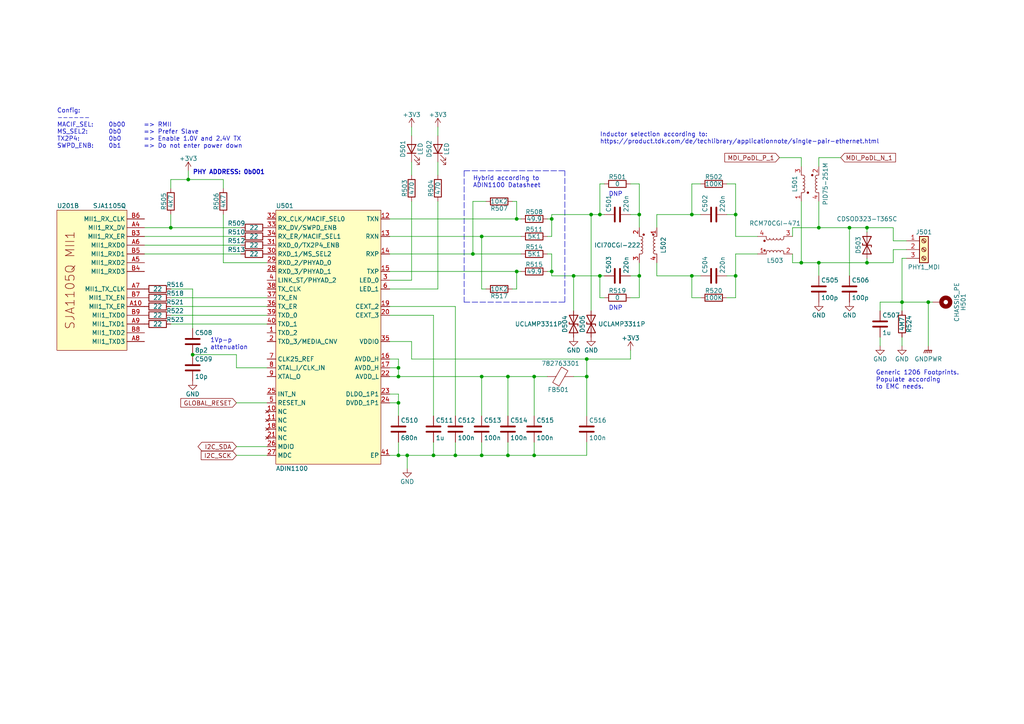
<source format=kicad_sch>
(kicad_sch (version 20211123) (generator eeschema)
  (paper "A4")
  (title_block (title "Open Hardware 10Base-T1L Switch") (date "2023-04-07") (rev "REV A") (company "Peter Heinrich") (comment 1 "Open Hardware License CERN-OHL-P v2") (comment 2 "https://github.com/peterheinrich/Open_10Base-T1L_Switch"))
  (lib_symbols
    (symbol "ADIN1100:ADIN1100"
      (property "Reference" "U" (at 0 1.27 0))
      (property "Value" "ADIN1100" (at 0 -74.93 0))
      (symbol "ADIN1100_1_1"
        (pin input line (at -2.54 -35.56 0) (length 2.54) (name "TXD_2") (number "1"))
        (pin no_connect line (at -2.54 -58.42 0) (length 2.54) (name "NC") (number "10"))
        (pin no_connect line (at -2.54 -60.96 0) (length 2.54) (name "NC") (number "11"))
        (pin bidirectional line (at 33.02 -2.54 180) (length 2.54) (name "TXN") (number "12"))
        (pin bidirectional line (at 33.02 -7.62 180) (length 2.54) (name "RXN") (number "13"))
        (pin bidirectional line (at 33.02 -12.7 180) (length 2.54) (name "RXP") (number "14"))
        (pin bidirectional line (at 33.02 -17.78 180) (length 2.54) (name "TXP") (number "15"))
        (pin power_in line (at 33.02 -43.18 180) (length 2.54) (name "AVDD_H") (number "16"))
        (pin power_in line (at 33.02 -45.72 180) (length 2.54) (name "AVDD_H") (number "17"))
        (pin no_connect line (at -2.54 -63.5 0) (length 2.54) (name "NC") (number "18"))
        (pin input line (at 33.02 -27.94 180) (length 2.54) (name "CEXT_2") (number "19"))
        (pin input line (at -2.54 -38.1 0) (length 2.54) (name "TXD_3/MEDIA_CNV") (number "2"))
        (pin input line (at 33.02 -30.48 180) (length 2.54) (name "CEXT_3") (number "20"))
        (pin no_connect line (at -2.54 -66.04 0) (length 2.54) (name "NC") (number "21"))
        (pin power_in line (at 33.02 -48.26 180) (length 2.54) (name "AVDD_L") (number "22"))
        (pin power_in line (at 33.02 -53.34 180) (length 2.54) (name "DLDO_1P1") (number "23"))
        (pin power_in line (at 33.02 -55.88 180) (length 2.54) (name "DVDD_1P1") (number "24"))
        (pin output line (at -2.54 -53.34 0) (length 2.54) (name "INT_N") (number "25"))
        (pin bidirectional line (at -2.54 -68.58 0) (length 2.54) (name "MDIO") (number "26"))
        (pin input line (at -2.54 -71.12 0) (length 2.54) (name "MDC") (number "27"))
        (pin output line (at -2.54 -17.78 0) (length 2.54) (name "RXD_3/PHYAD_1") (number "28"))
        (pin output line (at -2.54 -15.24 0) (length 2.54) (name "RXD_2/PHYAD_0") (number "29"))
        (pin output line (at 33.02 -20.32 180) (length 2.54) (name "LED_0") (number "3"))
        (pin output line (at -2.54 -12.7 0) (length 2.54) (name "RXD_1/MS_SEL2") (number "30"))
        (pin output line (at -2.54 -10.16 0) (length 2.54) (name "RXD_0/TX2P4_ENB") (number "31"))
        (pin output line (at -2.54 -2.54 0) (length 2.54) (name "RX_CLK/MACIF_SEL0") (number "32"))
        (pin output line (at -2.54 -5.08 0) (length 2.54) (name "RX_DV/SWPD_ENB") (number "33"))
        (pin output line (at -2.54 -7.62 0) (length 2.54) (name "RX_ER/MACIF_SEL1") (number "34"))
        (pin power_in line (at 33.02 -38.1 180) (length 2.54) (name "VDDIO") (number "35"))
        (pin input line (at -2.54 -27.94 0) (length 2.54) (name "TX_ER") (number "36"))
        (pin input line (at -2.54 -25.4 0) (length 2.54) (name "TX_EN") (number "37"))
        (pin output line (at -2.54 -22.86 0) (length 2.54) (name "TX_CLK") (number "38"))
        (pin input line (at -2.54 -30.48 0) (length 2.54) (name "TXD_0") (number "39"))
        (pin output line (at -2.54 -20.32 0) (length 2.54) (name "LINK_ST/PHYAD_2") (number "4"))
        (pin input line (at -2.54 -33.02 0) (length 2.54) (name "TXD_1") (number "40"))
        (pin power_in line (at 33.02 -71.12 180) (length 2.54) (name "EP") (number "41"))
        (pin input line (at -2.54 -55.88 0) (length 2.54) (name "RESET_N") (number "5"))
        (pin output line (at 33.02 -22.86 180) (length 2.54) (name "LED_1") (number "6"))
        (pin output line (at -2.54 -43.18 0) (length 2.54) (name "CLK25_REF") (number "7"))
        (pin input line (at -2.54 -45.72 0) (length 2.54) (name "XTAL_I/CLK_IN") (number "8"))
        (pin output line (at -2.54 -48.26 0) (length 2.54) (name "XTAL_O") (number "9"))
      )
    )
    (symbol "Connector:Screw_Terminal_01x03" (pin_names (offset 1.016) hide)
      (property "Reference" "J" (at 0 5.08 0))
      (property "Value" "Screw_Terminal_01x03" (at 0 -5.08 0))
      (symbol "Screw_Terminal_01x03_1_1"
        (pin passive line (at -5.08 2.54 0) (length 3.81) (name "Pin_1") (number "1"))
        (pin passive line (at -5.08 0 0) (length 3.81) (name "Pin_2") (number "2"))
        (pin passive line (at -5.08 -2.54 0) (length 3.81) (name "Pin_3") (number "3"))
      )
    )
    (symbol "Device:C" (pin_numbers hide) (pin_names (offset 0.254))
      (property "Reference" "C" (at 0.635 2.54 0))
      (property "Value" "C" (at 0.635 -2.54 0))
      (symbol "C_1_1"
        (pin passive line (at 0 3.81 270) (length 2.794) (name "~") (number "1"))
        (pin passive line (at 0 -3.81 90) (length 2.794) (name "~") (number "2"))
      )
    )
    (symbol "Device:D_TVS" (pin_numbers hide) (pin_names (offset 1.016) hide)
      (property "Reference" "D" (at 0 2.54 0))
      (property "Value" "D_TVS" (at 0 -2.54 0))
      (symbol "D_TVS_1_1"
        (pin passive line (at -3.81 0 0) (length 2.54) (name "A1") (number "1"))
        (pin passive line (at 3.81 0 180) (length 2.54) (name "A2") (number "2"))
      )
    )
    (symbol "Device:FerriteBead" (pin_numbers hide) (pin_names (offset 0))
      (property "Reference" "FB" (at -3.81 0.635 90))
      (property "Value" "FerriteBead" (at 3.81 0 90))
      (symbol "FerriteBead_1_1"
        (pin passive line (at 0 3.81 270) (length 2.54) (name "~") (number "1"))
        (pin passive line (at 0 -3.81 90) (length 2.54) (name "~") (number "2"))
      )
    )
    (symbol "Device:LED" (pin_numbers hide) (pin_names (offset 1.016) hide)
      (property "Reference" "D" (at 0 2.54 0))
      (property "Value" "LED" (at 0 -2.54 0))
      (symbol "LED_1_1"
        (pin passive line (at -3.81 0 0) (length 2.54) (name "K") (number "1"))
        (pin passive line (at 3.81 0 180) (length 2.54) (name "A") (number "2"))
      )
    )
    (symbol "Device:L_Coupled_1243" (pin_names (offset 0.254) hide)
      (property "Reference" "L" (at 0 4.445 0))
      (property "Value" "L_Coupled_1243" (at 0 -4.445 0))
      (symbol "L_Coupled_1243_1_1"
        (pin passive line (at -5.08 2.54 0) (length 2.54) (name "1") (number "1"))
        (pin passive line (at 5.08 2.54 180) (length 2.54) (name "2") (number "2"))
        (pin passive line (at 5.08 -2.54 180) (length 2.54) (name "3") (number "3"))
        (pin passive line (at -5.08 -2.54 0) (length 2.54) (name "4") (number "4"))
      )
    )
    (symbol "Device:L_Coupled_1423" (pin_names (offset 0.254) hide)
      (property "Reference" "L" (at 0 4.445 0))
      (property "Value" "L_Coupled_1423" (at 0 -4.445 0))
      (symbol "L_Coupled_1423_1_1"
        (pin passive line (at -5.08 2.54 0) (length 2.54) (name "1") (number "1"))
        (pin passive line (at -5.08 -2.54 0) (length 2.54) (name "2") (number "2"))
        (pin passive line (at 5.08 -2.54 180) (length 2.54) (name "3") (number "3"))
        (pin passive line (at 5.08 2.54 180) (length 2.54) (name "4") (number "4"))
      )
    )
    (symbol "Device:R" (pin_numbers hide) (pin_names (offset 0))
      (property "Reference" "R" (at 2.032 0 90))
      (property "Value" "R" (at 0 0 90))
      (symbol "R_1_1"
        (pin passive line (at 0 3.81 270) (length 1.27) (name "~") (number "1"))
        (pin passive line (at 0 -3.81 90) (length 1.27) (name "~") (number "2"))
      )
    )
    (symbol "L_differential_1324:L_Coupled_1324" (pin_names (offset 0.254) hide)
      (property "Reference" "L?" (at 0 4.445 0))
      (property "Value" "L_Coupled_1324" (at 0 -4.445 0))
      (symbol "L_Coupled_1324_1_1"
        (pin passive line (at -5.08 2.54 0) (length 2.54) (name "1") (number "1"))
        (pin passive line (at 5.08 -2.54 180) (length 2.54) (name "2") (number "2"))
        (pin passive line (at 5.08 2.54 180) (length 2.54) (name "3") (number "3"))
        (pin passive line (at -5.08 -2.54 0) (length 2.54) (name "4") (number "4"))
      )
    )
    (symbol "Mechanical:MountingHole_Pad" (pin_numbers hide) (pin_names (offset 1.016) hide)
      (property "Reference" "H" (at 0 6.35 0))
      (property "Value" "MountingHole_Pad" (at 0 4.445 0))
      (symbol "MountingHole_Pad_1_1"
        (pin input line (at 0 -2.54 90) (length 2.54) (name "1") (number "1"))
      )
    )
    (symbol "SJA1105Q:SJA1105Q"
      (property "Reference" "U" (at 0 1.27 0))
      (property "Value" "SJA1105Q" (at 15.24 1.27 0))
      (symbol "SJA1105Q_1_1"
        (text "SJA1105Q MII0" (at 3.81 -20.32 900) (effects (font (size 2.54 2.54))))
        (pin output line (at 25.4 -30.48 180) (length 5.08) (name "MII0_TXD0") (number "A2"))
        (pin output line (at 25.4 -27.94 180) (length 5.08) (name "MII0_TX_ER") (number "A3"))
        (pin output line (at 25.4 -33.02 180) (length 5.08) (name "MII0_TXD1") (number "B1"))
        (pin output line (at 25.4 -38.1 180) (length 5.08) (name "MII0_TXD3") (number "C1"))
        (pin output line (at 25.4 -35.56 180) (length 5.08) (name "MII0_TXD2") (number "C2"))
        (pin bidirectional line (at 25.4 -22.86 180) (length 5.08) (name "MII0_TX_CLK") (number "D1"))
        (pin output line (at 25.4 -25.4 180) (length 5.08) (name "MII0_TX_EN") (number "D2"))
        (pin input line (at 25.4 -10.16 180) (length 5.08) (name "MII0_RXD0") (number "E1"))
        (pin bidirectional line (at 25.4 -2.54 180) (length 5.08) (name "MII0_RX_CLK") (number "E2"))
        (pin input line (at 25.4 -15.24 180) (length 5.08) (name "MII0_RXD2") (number "F1"))
        (pin input line (at 25.4 -12.7 180) (length 5.08) (name "MII0_RXD1") (number "F2"))
        (pin input line (at 25.4 -5.08 180) (length 5.08) (name "MII0_RX_DV") (number "G1"))
        (pin input line (at 25.4 -17.78 180) (length 5.08) (name "MII0_RXD3") (number "G2"))
        (pin input line (at 25.4 -7.62 180) (length 5.08) (name "MII0_RX_ER") (number "H2"))
      )
      (symbol "SJA1105Q_2_1"
        (text "SJA1105Q MII1" (at 3.81 -20.32 900) (effects (font (size 2.54 2.54))))
        (pin output line (at 25.4 -27.94 180) (length 5.08) (name "MII1_TX_ER") (number "A10"))
        (pin input line (at 25.4 -5.08 180) (length 5.08) (name "MII1_RX_DV") (number "A4"))
        (pin input line (at 25.4 -15.24 180) (length 5.08) (name "MII1_RXD2") (number "A5"))
        (pin input line (at 25.4 -10.16 180) (length 5.08) (name "MII1_RXD0") (number "A6"))
        (pin bidirectional line (at 25.4 -22.86 180) (length 5.08) (name "MII1_TX_CLK") (number "A7"))
        (pin output line (at 25.4 -38.1 180) (length 5.08) (name "MII1_TXD3") (number "A8"))
        (pin output line (at 25.4 -33.02 180) (length 5.08) (name "MII1_TXD1") (number "A9"))
        (pin input line (at 25.4 -7.62 180) (length 5.08) (name "MII1_RX_ER") (number "B3"))
        (pin input line (at 25.4 -17.78 180) (length 5.08) (name "MII1_RXD3") (number "B4"))
        (pin input line (at 25.4 -12.7 180) (length 5.08) (name "MII1_RXD1") (number "B5"))
        (pin bidirectional line (at 25.4 -2.54 180) (length 5.08) (name "MII1_RX_CLK") (number "B6"))
        (pin output line (at 25.4 -25.4 180) (length 5.08) (name "MII1_TX_EN") (number "B7"))
        (pin output line (at 25.4 -35.56 180) (length 5.08) (name "MII1_TXD2") (number "B8"))
        (pin output line (at 25.4 -30.48 180) (length 5.08) (name "MII1_TXD0") (number "B9"))
      )
      (symbol "SJA1105Q_3_1"
        (text "SJA1105Q MII2" (at 3.81 -20.32 900) (effects (font (size 2.54 2.54))))
        (pin input line (at 25.4 -5.08 180) (length 5.08) (name "MII2_RX_DV") (number "A11"))
        (pin input line (at 25.4 -15.24 180) (length 5.08) (name "MII2_RXD2") (number "A12"))
        (pin input line (at 25.4 -10.16 180) (length 5.08) (name "MII2_RXD0") (number "A13"))
        (pin input line (at 25.4 -7.62 180) (length 5.08) (name "MII2_RX_ER") (number "B10"))
        (pin input line (at 25.4 -17.78 180) (length 5.08) (name "MII2_RXD3") (number "B11"))
        (pin input line (at 25.4 -12.7 180) (length 5.08) (name "MII2_RXD1") (number "B12"))
        (pin bidirectional line (at 25.4 -2.54 180) (length 5.08) (name "MII2_RX_CLK") (number "B14"))
        (pin output line (at 25.4 -25.4 180) (length 5.08) (name "MII2_TX_EN") (number "C13"))
        (pin bidirectional line (at 25.4 -22.86 180) (length 5.08) (name "MII2_TX_CLK") (number "C14"))
        (pin output line (at 25.4 -35.56 180) (length 5.08) (name "MII2_TXD2") (number "D13"))
        (pin output line (at 25.4 -38.1 180) (length 5.08) (name "MII2_TXD3") (number "D14"))
        (pin output line (at 25.4 -30.48 180) (length 5.08) (name "MII2_TXD0") (number "E13"))
        (pin output line (at 25.4 -33.02 180) (length 5.08) (name "MII2_TXD1") (number "E14"))
        (pin output line (at 25.4 -27.94 180) (length 5.08) (name "MII2_TX_ER") (number "F14"))
      )
      (symbol "SJA1105Q_4_1"
        (text "SJA1105Q MII3" (at 3.81 -20.32 900) (effects (font (size 2.54 2.54))))
        (pin input line (at 25.4 -7.62 180) (length 5.08) (name "MII3_RX_ER") (number "F13"))
        (pin input line (at 25.4 -17.78 180) (length 5.08) (name "MII3_RXD3") (number "G13"))
        (pin input line (at 25.4 -5.08 180) (length 5.08) (name "MII3_RX_DV") (number "G14"))
        (pin input line (at 25.4 -12.7 180) (length 5.08) (name "MII3_RXD1") (number "H13"))
        (pin input line (at 25.4 -15.24 180) (length 5.08) (name "MII3_RXD2") (number "H14"))
        (pin bidirectional line (at 25.4 -2.54 180) (length 5.08) (name "MII3_RX_CLK") (number "J13"))
        (pin input line (at 25.4 -10.16 180) (length 5.08) (name "MII3_RXD0") (number "J14"))
        (pin output line (at 25.4 -25.4 180) (length 5.08) (name "MII3_TX_EN") (number "K13"))
        (pin bidirectional line (at 25.4 -22.86 180) (length 5.08) (name "MII3_TX_CLK") (number "K14"))
        (pin output line (at 25.4 -35.56 180) (length 5.08) (name "MII3_TXD2") (number "L13"))
        (pin output line (at 25.4 -38.1 180) (length 5.08) (name "MII3_TXD3") (number "L14"))
        (pin output line (at 25.4 -30.48 180) (length 5.08) (name "MII3_TXD0") (number "M13"))
        (pin output line (at 25.4 -33.02 180) (length 5.08) (name "MII3_TXD1") (number "M14"))
        (pin output line (at 25.4 -27.94 180) (length 5.08) (name "MII3_TX_ER") (number "N14"))
      )
      (symbol "SJA1105Q_5_1"
        (text "SJA1105Q MII4" (at 3.81 -20.32 900) (effects (font (size 2.54 2.54))))
        (pin input line (at 25.4 -10.16 180) (length 5.08) (name "MII4_RXD0") (number "N10"))
        (pin input line (at 25.4 -15.24 180) (length 5.08) (name "MII4_RXD2") (number "N11"))
        (pin input line (at 25.4 -5.08 180) (length 5.08) (name "MII4_RX_DV") (number "N12"))
        (pin output line (at 25.4 -33.02 180) (length 5.08) (name "MII4_TXD1") (number "N7"))
        (pin output line (at 25.4 -38.1 180) (length 5.08) (name "MII4_TXD3") (number "N8"))
        (pin bidirectional line (at 25.4 -22.86 180) (length 5.08) (name "MII4_TX_CLK") (number "N9"))
        (pin bidirectional line (at 25.4 -2.54 180) (length 5.08) (name "MII4_RX_CLK") (number "P10"))
        (pin input line (at 25.4 -12.7 180) (length 5.08) (name "MII4_RXD1") (number "P11"))
        (pin input line (at 25.4 -17.78 180) (length 5.08) (name "MII4_RXD3") (number "P12"))
        (pin input line (at 25.4 -7.62 180) (length 5.08) (name "MII4_RX_ER") (number "P13"))
        (pin output line (at 25.4 -27.94 180) (length 5.08) (name "MII4_TX_ER") (number "P6"))
        (pin output line (at 25.4 -30.48 180) (length 5.08) (name "MII4_TXD0") (number "P7"))
        (pin output line (at 25.4 -35.56 180) (length 5.08) (name "MII4_TXD2") (number "P8"))
        (pin output line (at 25.4 -25.4 180) (length 5.08) (name "MII4_TX_EN") (number "P9"))
      )
      (symbol "SJA1105Q_6_1"
        (text "SJA1105Q CLK" (at 15.24 -17.78 900) (effects (font (size 2.54 2.54))))
        (pin output line (at -5.08 -2.54 0) (length 5.08) (name "CLK_OUT") (number "H1"))
        (pin input line (at -5.08 -20.32 0) (length 5.08) (name "OSC_IN") (number "K2"))
        (pin output line (at -5.08 -7.62 0) (length 5.08) (name "OSC_OUT") (number "L1"))
        (pin power_in line (at 33.02 -17.78 180) (length 5.08) (name "i.c.") (number "L4"))
        (pin input line (at 33.02 -2.54 180) (length 5.08) (name "TRST_N") (number "M1"))
        (pin input line (at 33.02 -10.16 180) (length 5.08) (name "TDI") (number "M2"))
        (pin input line (at 33.02 -12.7 180) (length 5.08) (name "TCK") (number "N1"))
        (pin output line (at 33.02 -7.62 180) (length 5.08) (name "TDO") (number "N3"))
        (pin bidirectional line (at -5.08 -33.02 0) (length 5.08) (name "PTP_CLK") (number "N4"))
        (pin input line (at 33.02 -25.4 180) (length 5.08) (name "SDI") (number "N5"))
        (pin input line (at 33.02 -30.48 180) (length 5.08) (name "SS_N") (number "N6"))
        (pin input line (at 33.02 -5.08 180) (length 5.08) (name "TMS") (number "P2"))
        (pin input line (at 33.02 -33.02 180) (length 5.08) (name "RST_N") (number "P3"))
        (pin output line (at 33.02 -27.94 180) (length 5.08) (name "SDO") (number "P4"))
        (pin input line (at 33.02 -22.86 180) (length 5.08) (name "SCK") (number "P5"))
      )
      (symbol "SJA1105Q_7_1"
        (text "SJA1105Q Power" (at 12.7 -48.26 900) (effects (font (size 2.54 2.54))))
        (pin power_in line (at -5.08 -2.54 0) (length 5.08) (name "VSS") (number "A1"))
        (pin power_in line (at 33.02 -88.9 180) (length 5.08) (name "VSS") (number "A14"))
        (pin power_in line (at 33.02 -83.82 180) (length 5.08) (name "VSS") (number "B13"))
        (pin power_in line (at 33.02 -48.26 180) (length 5.08) (name "VDDIO_MII2") (number "D10"))
        (pin power_in line (at 33.02 -50.8 180) (length 5.08) (name "VDDIO_MII2") (number "D11"))
        (pin power_in line (at 33.02 -33.02 180) (length 5.08) (name "VDDIO_MII0") (number "D4"))
        (pin power_in line (at 33.02 -40.64 180) (length 5.08) (name "VDDIO_MII1") (number "D5"))
        (pin power_in line (at 33.02 -7.62 180) (length 5.08) (name "VDD_CORE") (number "D6"))
        (pin power_in line (at 33.02 -43.18 180) (length 5.08) (name "VDDIO_MII1") (number "D7"))
        (pin power_in line (at 33.02 -45.72 180) (length 5.08) (name "VDDIO_MII1") (number "D8"))
        (pin power_in line (at 33.02 -12.7 180) (length 5.08) (name "VDD_CORE") (number "D9"))
        (pin power_in line (at -5.08 -91.44 0) (length 5.08) (name "VSS") (number "E10"))
        (pin power_in line (at 33.02 -53.34 180) (length 5.08) (name "VDDIO_MII2") (number "E11"))
        (pin power_in line (at 33.02 -35.56 180) (length 5.08) (name "VDDIO_MII0") (number "E4"))
        (pin power_in line (at -5.08 -12.7 0) (length 5.08) (name "VSS") (number "E5"))
        (pin power_in line (at -5.08 -27.94 0) (length 5.08) (name "VSS") (number "E6"))
        (pin power_in line (at -5.08 -43.18 0) (length 5.08) (name "VSS") (number "E7"))
        (pin power_in line (at -5.08 -60.96 0) (length 5.08) (name "VSS") (number "E8"))
        (pin power_in line (at -5.08 -76.2 0) (length 5.08) (name "VSS") (number "E9"))
        (pin power_in line (at -5.08 -93.98 0) (length 5.08) (name "VSS") (number "F10"))
        (pin power_in line (at 33.02 -17.78 180) (length 5.08) (name "VDD_CORE") (number "F11"))
        (pin power_in line (at 33.02 -2.54 180) (length 5.08) (name "VDD_CORE") (number "F4"))
        (pin power_in line (at -5.08 -15.24 0) (length 5.08) (name "VSS") (number "F5"))
        (pin power_in line (at -5.08 -30.48 0) (length 5.08) (name "VSS") (number "F6"))
        (pin power_in line (at -5.08 -45.72 0) (length 5.08) (name "VSS") (number "F7"))
        (pin power_in line (at -5.08 -63.5 0) (length 5.08) (name "VSS") (number "F8"))
        (pin power_in line (at -5.08 -78.74 0) (length 5.08) (name "VSS") (number "F9"))
        (pin power_in line (at -5.08 -96.52 0) (length 5.08) (name "VSS") (number "G10"))
        (pin power_in line (at 33.02 -55.88 180) (length 5.08) (name "VDDIO_MII3") (number "G11"))
        (pin power_in line (at 33.02 -38.1 180) (length 5.08) (name "VDDIO_MII0") (number "G4"))
        (pin power_in line (at -5.08 -17.78 0) (length 5.08) (name "VSS") (number "G5"))
        (pin power_in line (at -5.08 -33.02 0) (length 5.08) (name "VSS") (number "G6"))
        (pin power_in line (at -5.08 -48.26 0) (length 5.08) (name "VSS") (number "G7"))
        (pin power_in line (at -5.08 -66.04 0) (length 5.08) (name "VSS") (number "G8"))
        (pin power_in line (at -5.08 -81.28 0) (length 5.08) (name "VSS") (number "G9"))
        (pin power_in line (at 33.02 -76.2 180) (length 5.08) (name "VSS") (number "H10"))
        (pin power_in line (at 33.02 -58.42 180) (length 5.08) (name "VDDIO_MII3") (number "H11"))
        (pin power_in line (at 33.02 -27.94 180) (length 5.08) (name "VDDIO_CLO") (number "H4"))
        (pin power_in line (at -5.08 -20.32 0) (length 5.08) (name "VSS") (number "H5"))
        (pin power_in line (at -5.08 -35.56 0) (length 5.08) (name "VSS") (number "H6"))
        (pin power_in line (at -5.08 -50.8 0) (length 5.08) (name "VSS") (number "H7"))
        (pin power_in line (at -5.08 -68.58 0) (length 5.08) (name "VSS") (number "H8"))
        (pin power_in line (at -5.08 -83.82 0) (length 5.08) (name "VSS") (number "H9"))
        (pin power_in line (at 33.02 -25.4 180) (length 5.08) (name "VDDA_PLL") (number "J1"))
        (pin power_in line (at 33.02 -78.74 180) (length 5.08) (name "VSS") (number "J10"))
        (pin power_in line (at 33.02 -20.32 180) (length 5.08) (name "VDD_CORE") (number "J11"))
        (pin power_in line (at 33.02 -96.52 180) (length 5.08) (name "VSSA_PLL") (number "J2"))
        (pin power_in line (at 33.02 -5.08 180) (length 5.08) (name "VDD_CORE") (number "J4"))
        (pin power_in line (at -5.08 -22.86 0) (length 5.08) (name "VSS") (number "J5"))
        (pin power_in line (at -5.08 -38.1 0) (length 5.08) (name "VSS") (number "J6"))
        (pin power_in line (at -5.08 -53.34 0) (length 5.08) (name "VSS") (number "J7"))
        (pin power_in line (at -5.08 -71.12 0) (length 5.08) (name "VSS") (number "J8"))
        (pin power_in line (at -5.08 -86.36 0) (length 5.08) (name "VSS") (number "J9"))
        (pin power_in line (at 33.02 -22.86 180) (length 5.08) (name "VDDA_OSC") (number "K1"))
        (pin power_in line (at 33.02 -81.28 180) (length 5.08) (name "VSS") (number "K10"))
        (pin power_in line (at 33.02 -60.96 180) (length 5.08) (name "VDDIO_MII3") (number "K11"))
        (pin power_in line (at -5.08 -10.16 0) (length 5.08) (name "VSS") (number "K4"))
        (pin power_in line (at -5.08 -25.4 0) (length 5.08) (name "VSS") (number "K5"))
        (pin power_in line (at -5.08 -40.64 0) (length 5.08) (name "VSS") (number "K6"))
        (pin power_in line (at -5.08 -55.88 0) (length 5.08) (name "VSS") (number "K7"))
        (pin power_in line (at -5.08 -73.66 0) (length 5.08) (name "VSS") (number "K8"))
        (pin power_in line (at -5.08 -88.9 0) (length 5.08) (name "VSS") (number "K9"))
        (pin power_in line (at 33.02 -66.04 180) (length 5.08) (name "VDDIO_MII4") (number "L10"))
        (pin power_in line (at 33.02 -68.58 180) (length 5.08) (name "VDDIO_MII4") (number "L11"))
        (pin power_in line (at 33.02 -93.98 180) (length 5.08) (name "VSSA_OSC") (number "L2"))
        (pin power_in line (at 33.02 -30.48 180) (length 5.08) (name "VDDIO_HOST") (number "L5"))
        (pin power_in line (at 33.02 -10.16 180) (length 5.08) (name "VDD_CORE") (number "L6"))
        (pin power_in line (at -5.08 -58.42 0) (length 5.08) (name "VSS") (number "L7"))
        (pin power_in line (at 33.02 -63.5 180) (length 5.08) (name "VDDIO_MII4") (number "L8"))
        (pin power_in line (at 33.02 -15.24 180) (length 5.08) (name "VDD_CORE") (number "L9"))
        (pin power_in line (at 33.02 -86.36 180) (length 5.08) (name "VSS") (number "N13"))
        (pin power_in line (at -5.08 -7.62 0) (length 5.08) (name "VSS") (number "N2"))
        (pin power_in line (at -5.08 -5.08 0) (length 5.08) (name "VSS") (number "P1"))
        (pin power_in line (at 33.02 -91.44 180) (length 5.08) (name "VSS") (number "P14"))
      )
    )
    (symbol "power:+3V3" (power) (pin_names (offset 0))
      (property "Value" "+3V3" (at 0 3.556 0))
      (symbol "+3V3_1_1"
        (pin power_in line (at 0 0 90) (length 0) hide (name "+3V3") (number "1"))
      )
    )
    (symbol "power:GND" (power) (pin_names (offset 0))
      (property "Value" "GND" (at 0 -3.81 0))
      (symbol "GND_1_1"
        (pin power_in line (at 0 0 270) (length 0) hide (name "GND") (number "1"))
      )
    )
    (symbol "power:GNDPWR" (power) (pin_names (offset 0))
      (property "Value" "GNDPWR" (at 0 -3.302 0))
      (symbol "GNDPWR_1_1"
        (pin power_in line (at 0 0 270) (length 0) hide (name "GNDPWR") (number "1"))
      )
    )
  )
  (junction (at 237.49 76.2))
  (junction (at 173.99 80.01))
  (junction (at 147.32 132.08))
  (junction (at 49.53 66.04))
  (junction (at 213.36 80.01))
  (junction (at 115.57 132.08))
  (junction (at 261.62 87.63))
  (junction (at 251.46 76.2))
  (junction (at 251.46 66.04))
  (junction (at 115.57 106.68))
  (junction (at 232.41 76.2))
  (junction (at 125.73 132.08))
  (junction (at 200.66 62.23))
  (junction (at 118.11 132.08))
  (junction (at 160.02 78.74))
  (junction (at 139.7 132.08))
  (junction (at 237.49 66.04))
  (junction (at 137.16 73.66))
  (junction (at 149.86 63.5))
  (junction (at 115.57 109.22))
  (junction (at 173.99 62.23))
  (junction (at 55.88 102.87))
  (junction (at 185.42 80.01))
  (junction (at 213.36 62.23))
  (junction (at 115.57 116.84))
  (junction (at 166.37 80.01))
  (junction (at 160.02 63.5))
  (junction (at 139.7 109.22))
  (junction (at 139.7 68.58))
  (junction (at 154.94 109.22))
  (junction (at 54.61 52.07))
  (junction (at 269.24 87.63))
  (junction (at 154.94 132.08))
  (junction (at 170.18 104.14))
  (junction (at 246.38 66.04))
  (junction (at 147.32 109.22))
  (junction (at 149.86 78.74))
  (junction (at 132.08 132.08))
  (junction (at 170.18 109.22))
  (junction (at 185.42 62.23))
  (junction (at 200.66 80.01))
  (junction (at 171.45 62.23))
  (wire (pts (xy 119.38 104.14) (xy 170.18 104.14)))
  (wire (pts (xy 41.91 71.12) (xy 69.85 71.12)))
  (wire (pts (xy 113.03 99.06) (xy 119.38 99.06)))
  (wire (pts (xy 251.46 66.04) (xy 251.46 67.31)))
  (wire (pts (xy 160.02 62.23) (xy 171.45 62.23)))
  (wire (pts (xy 147.32 120.65) (xy 147.32 109.22)))
  (wire (pts (xy 182.88 62.23) (xy 185.42 62.23)))
  (wire (pts (xy 137.16 58.42) (xy 137.16 73.66)))
  (wire (pts (xy 158.75 63.5) (xy 160.02 63.5)))
  (wire (pts (xy 190.5 80.01) (xy 190.5 76.2)))
  (wire (pts (xy 160.02 63.5) (xy 160.02 68.58)))
  (wire (pts (xy 49.53 62.23) (xy 49.53 66.04)))
  (wire (pts (xy 115.57 114.3) (xy 115.57 116.84)))
  (wire (pts (xy 147.32 132.08) (xy 154.94 132.08)))
  (wire (pts (xy 118.11 132.08) (xy 118.11 135.89)))
  (wire (pts (xy 115.57 116.84) (xy 113.03 116.84)))
  (wire (pts (xy 232.41 45.72) (xy 232.41 48.26)))
  (wire (pts (xy 160.02 80.01) (xy 160.02 78.74)))
  (wire (pts (xy 139.7 132.08) (xy 147.32 132.08)))
  (wire (pts (xy 154.94 109.22) (xy 147.32 109.22)))
  (wire (pts (xy 246.38 66.04) (xy 246.38 80.01)))
  (wire (pts (xy 185.42 53.34) (xy 185.42 62.23)))
  (wire (pts (xy 54.61 52.07) (xy 64.77 52.07)))
  (wire (pts (xy 160.02 80.01) (xy 166.37 80.01)))
  (wire (pts (xy 113.03 68.58) (xy 139.7 68.58)))
  (wire (pts (xy 173.99 53.34) (xy 173.99 62.23)))
  (wire (pts (xy 261.62 87.63) (xy 261.62 90.17)))
  (wire (pts (xy 232.41 58.42) (xy 232.41 76.2)))
  (wire (pts (xy 232.41 76.2) (xy 237.49 76.2)))
  (wire (pts (xy 149.86 78.74) (xy 151.13 78.74)))
  (wire (pts (xy 140.97 83.82) (xy 139.7 83.82)))
  (wire (pts (xy 229.87 66.04) (xy 229.87 68.58)))
  (wire (pts (xy 255.27 97.79) (xy 255.27 100.33)))
  (wire (pts (xy 251.46 76.2) (xy 259.08 76.2)))
  (wire (pts (xy 185.42 80.01) (xy 185.42 76.2)))
  (wire (pts (xy 77.47 76.2) (xy 64.77 76.2)))
  (wire (pts (xy 185.42 86.36) (xy 185.42 80.01)))
  (wire (pts (xy 68.58 106.68) (xy 77.47 106.68)))
  (wire (pts (xy 115.57 128.27) (xy 115.57 132.08)))
  (wire (pts (xy 269.24 87.63) (xy 261.62 87.63)))
  (wire (pts (xy 68.58 129.54) (xy 77.47 129.54)))
  (wire (pts (xy 147.32 109.22) (xy 139.7 109.22)))
  (wire (pts (xy 125.73 132.08) (xy 125.73 128.27)))
  (wire (pts (xy 237.49 66.04) (xy 246.38 66.04)))
  (wire (pts (xy 147.32 132.08) (xy 147.32 128.27)))
  (wire (pts (xy 171.45 62.23) (xy 171.45 90.17)))
  (wire (pts (xy 171.45 62.23) (xy 173.99 62.23)))
  (wire (pts (xy 173.99 62.23) (xy 175.26 62.23)))
  (wire (pts (xy 127 46.99) (xy 127 50.8)))
  (wire (pts (xy 64.77 52.07) (xy 64.77 54.61)))
  (wire (pts (xy 170.18 109.22) (xy 166.37 109.22)))
  (wire (pts (xy 210.82 62.23) (xy 213.36 62.23)))
  (wire (pts (xy 49.53 52.07) (xy 54.61 52.07)))
  (wire (pts (xy 125.73 91.44) (xy 113.03 91.44)))
  (wire (pts (xy 190.5 80.01) (xy 200.66 80.01)))
  (wire (pts (xy 259.08 72.39) (xy 259.08 76.2)))
  (wire (pts (xy 166.37 80.01) (xy 166.37 90.17)))
  (wire (pts (xy 137.16 73.66) (xy 151.13 73.66)))
  (wire (pts (xy 55.88 83.82) (xy 55.88 95.25)))
  (wire (pts (xy 170.18 132.08) (xy 170.18 128.27)))
  (wire (pts (xy 68.58 116.84) (xy 77.47 116.84)))
  (wire (pts (xy 132.08 132.08) (xy 139.7 132.08)))
  (wire (pts (xy 119.38 46.99) (xy 119.38 50.8)))
  (wire (pts (xy 158.75 68.58) (xy 160.02 68.58)))
  (wire (pts (xy 185.42 62.23) (xy 185.42 66.04)))
  (polyline (pts (xy 134.62 49.53) (xy 134.62 87.63)))
  (wire (pts (xy 262.89 69.85) (xy 259.08 69.85)))
  (wire (pts (xy 219.71 73.66) (xy 213.36 73.66)))
  (wire (pts (xy 251.46 74.93) (xy 251.46 76.2)))
  (wire (pts (xy 160.02 62.23) (xy 160.02 63.5)))
  (wire (pts (xy 41.91 73.66) (xy 69.85 73.66)))
  (wire (pts (xy 49.53 88.9) (xy 77.47 88.9)))
  (wire (pts (xy 49.53 86.36) (xy 77.47 86.36)))
  (wire (pts (xy 132.08 128.27) (xy 132.08 132.08)))
  (wire (pts (xy 259.08 69.85) (xy 259.08 66.04)))
  (wire (pts (xy 190.5 62.23) (xy 200.66 62.23)))
  (wire (pts (xy 119.38 36.83) (xy 119.38 39.37)))
  (wire (pts (xy 261.62 97.79) (xy 261.62 100.33)))
  (wire (pts (xy 237.49 76.2) (xy 237.49 80.01)))
  (wire (pts (xy 210.82 86.36) (xy 213.36 86.36)))
  (wire (pts (xy 255.27 87.63) (xy 255.27 90.17)))
  (wire (pts (xy 113.03 88.9) (xy 132.08 88.9)))
  (wire (pts (xy 251.46 66.04) (xy 259.08 66.04)))
  (polyline (pts (xy 134.62 49.53) (xy 163.83 49.53)))
  (wire (pts (xy 115.57 106.68) (xy 115.57 109.22)))
  (wire (pts (xy 49.53 66.04) (xy 69.85 66.04)))
  (wire (pts (xy 115.57 116.84) (xy 115.57 120.65)))
  (wire (pts (xy 210.82 53.34) (xy 213.36 53.34)))
  (wire (pts (xy 140.97 58.42) (xy 137.16 58.42)))
  (wire (pts (xy 237.49 76.2) (xy 251.46 76.2)))
  (wire (pts (xy 113.03 104.14) (xy 115.57 104.14)))
  (wire (pts (xy 158.75 78.74) (xy 160.02 78.74)))
  (wire (pts (xy 213.36 73.66) (xy 213.36 80.01)))
  (wire (pts (xy 41.91 66.04) (xy 49.53 66.04)))
  (wire (pts (xy 54.61 49.53) (xy 54.61 52.07)))
  (wire (pts (xy 64.77 76.2) (xy 64.77 62.23)))
  (wire (pts (xy 200.66 53.34) (xy 200.66 62.23)))
  (wire (pts (xy 237.49 48.26) (xy 237.49 45.72)))
  (wire (pts (xy 68.58 102.87) (xy 68.58 106.68)))
  (wire (pts (xy 261.62 87.63) (xy 261.62 74.93)))
  (wire (pts (xy 175.26 53.34) (xy 173.99 53.34)))
  (wire (pts (xy 182.88 53.34) (xy 185.42 53.34)))
  (wire (pts (xy 190.5 62.23) (xy 190.5 66.04)))
  (wire (pts (xy 160.02 78.74) (xy 160.02 73.66)))
  (wire (pts (xy 229.87 66.04) (xy 237.49 66.04)))
  (wire (pts (xy 55.88 102.87) (xy 68.58 102.87)))
  (wire (pts (xy 173.99 80.01) (xy 166.37 80.01)))
  (wire (pts (xy 270.51 87.63) (xy 269.24 87.63)))
  (wire (pts (xy 158.75 73.66) (xy 160.02 73.66)))
  (wire (pts (xy 261.62 74.93) (xy 262.89 74.93)))
  (wire (pts (xy 229.87 76.2) (xy 232.41 76.2)))
  (wire (pts (xy 170.18 104.14) (xy 182.88 104.14)))
  (wire (pts (xy 139.7 109.22) (xy 115.57 109.22)))
  (wire (pts (xy 119.38 81.28) (xy 113.03 81.28)))
  (wire (pts (xy 149.86 58.42) (xy 149.86 63.5)))
  (wire (pts (xy 173.99 86.36) (xy 173.99 80.01)))
  (wire (pts (xy 213.36 80.01) (xy 210.82 80.01)))
  (wire (pts (xy 149.86 78.74) (xy 149.86 83.82)))
  (wire (pts (xy 226.06 45.72) (xy 232.41 45.72)))
  (wire (pts (xy 118.11 132.08) (xy 125.73 132.08)))
  (wire (pts (xy 113.03 63.5) (xy 149.86 63.5)))
  (wire (pts (xy 113.03 83.82) (xy 127 83.82)))
  (wire (pts (xy 148.59 83.82) (xy 149.86 83.82)))
  (wire (pts (xy 115.57 104.14) (xy 115.57 106.68)))
  (wire (pts (xy 213.36 86.36) (xy 213.36 80.01)))
  (wire (pts (xy 148.59 58.42) (xy 149.86 58.42)))
  (wire (pts (xy 237.49 58.42) (xy 237.49 66.04)))
  (wire (pts (xy 132.08 88.9) (xy 132.08 120.65)))
  (wire (pts (xy 139.7 132.08) (xy 139.7 128.27)))
  (wire (pts (xy 182.88 80.01) (xy 185.42 80.01)))
  (wire (pts (xy 219.71 68.58) (xy 213.36 68.58)))
  (wire (pts (xy 175.26 80.01) (xy 173.99 80.01)))
  (polyline (pts (xy 163.83 87.63) (xy 163.83 49.53)))
  (wire (pts (xy 127 83.82) (xy 127 58.42)))
  (wire (pts (xy 113.03 114.3) (xy 115.57 114.3)))
  (wire (pts (xy 262.89 72.39) (xy 259.08 72.39)))
  (wire (pts (xy 49.53 83.82) (xy 55.88 83.82)))
  (wire (pts (xy 119.38 58.42) (xy 119.38 81.28)))
  (wire (pts (xy 237.49 45.72) (xy 243.84 45.72)))
  (wire (pts (xy 119.38 99.06) (xy 119.38 104.14)))
  (wire (pts (xy 203.2 86.36) (xy 200.66 86.36)))
  (wire (pts (xy 175.26 86.36) (xy 173.99 86.36)))
  (wire (pts (xy 49.53 91.44) (xy 77.47 91.44)))
  (wire (pts (xy 132.08 132.08) (xy 125.73 132.08)))
  (wire (pts (xy 170.18 104.14) (xy 170.18 109.22)))
  (wire (pts (xy 115.57 109.22) (xy 113.03 109.22)))
  (polyline (pts (xy 134.62 87.63) (xy 163.83 87.63)))
  (wire (pts (xy 113.03 132.08) (xy 115.57 132.08)))
  (wire (pts (xy 41.91 68.58) (xy 69.85 68.58)))
  (wire (pts (xy 113.03 78.74) (xy 149.86 78.74)))
  (wire (pts (xy 154.94 109.22) (xy 158.75 109.22)))
  (wire (pts (xy 269.24 87.63) (xy 269.24 100.33)))
  (wire (pts (xy 113.03 73.66) (xy 137.16 73.66)))
  (wire (pts (xy 170.18 109.22) (xy 170.18 120.65)))
  (wire (pts (xy 182.88 86.36) (xy 185.42 86.36)))
  (wire (pts (xy 200.66 62.23) (xy 203.2 62.23)))
  (wire (pts (xy 246.38 66.04) (xy 251.46 66.04)))
  (wire (pts (xy 261.62 87.63) (xy 255.27 87.63)))
  (wire (pts (xy 125.73 120.65) (xy 125.73 91.44)))
  (wire (pts (xy 68.58 132.08) (xy 77.47 132.08)))
  (wire (pts (xy 139.7 68.58) (xy 151.13 68.58)))
  (wire (pts (xy 213.36 53.34) (xy 213.36 62.23)))
  (wire (pts (xy 154.94 120.65) (xy 154.94 109.22)))
  (wire (pts (xy 49.53 93.98) (xy 77.47 93.98)))
  (wire (pts (xy 154.94 132.08) (xy 154.94 128.27)))
  (wire (pts (xy 154.94 132.08) (xy 170.18 132.08)))
  (wire (pts (xy 113.03 106.68) (xy 115.57 106.68)))
  (wire (pts (xy 149.86 63.5) (xy 151.13 63.5)))
  (wire (pts (xy 115.57 132.08) (xy 118.11 132.08)))
  (wire (pts (xy 139.7 120.65) (xy 139.7 109.22)))
  (wire (pts (xy 127 36.83) (xy 127 39.37)))
  (wire (pts (xy 229.87 76.2) (xy 229.87 73.66)))
  (wire (pts (xy 200.66 86.36) (xy 200.66 80.01)))
  (wire (pts (xy 49.53 54.61) (xy 49.53 52.07)))
  (wire (pts (xy 213.36 62.23) (xy 213.36 68.58)))
  (wire (pts (xy 182.88 104.14) (xy 182.88 101.6)))
  (wire (pts (xy 203.2 53.34) (xy 200.66 53.34)))
  (wire (pts (xy 200.66 80.01) (xy 203.2 80.01)))
  (wire (pts (xy 139.7 68.58) (xy 139.7 83.82)))
  (text "Generic 1206 Footprints.\nPopulate according \nto EMC needs." (at 254 113.03 0) (effects (font (size 1.27 1.27)) (justify left bottom)))
  (text "1Vp-p\nattenuation" (at 60.96 101.6 0) (effects (font (size 1.27 1.27)) (justify left bottom)))
  (text "Config:\n------\nMACIF_SEL: 	0b00 	=> RMII\nMS_SEL2: 	0b0 	=> Prefer Slave\nTX2P4: 		0b0 	=> Enable 1.0V and 2.4V TX\nSWPD_ENB: 	0b1 	=> Do not enter power down" (at 16.51 43.18 0) (effects (font (size 1.27 1.27)) (justify left bottom)))
  (text "Inductor selection according to:\nhttps://product.tdk.com/de/techlibrary/applicationnote/single-pair-ethernet.html" (at 173.99 41.91 0) (effects (font (size 1.27 1.27)) (justify left bottom)))
  (text "Hybrid according to\nADIN1100 Datasheet" (at 137.16 54.61 0) (effects (font (size 1.27 1.27)) (justify left bottom)))
  (text "PHY ADDRESS: 0b001" (at 55.88 50.8 0) (effects (font (size 1.27 1.27) bold) (justify left bottom)))
  (text "DNP" (at 176.53 90.17 0) (effects (font (size 1.27 1.27)) (justify left bottom)))
  (text "DNP" (at 176.53 57.15 0) (effects (font (size 1.27 1.27)) (justify left bottom)))
  (global_label "I2C_SDA" (shape bidirectional) (at 68.58 129.54 180) (property "Intersheet References" "${INTERSHEET_REFS}" (effects hide)))
  (global_label "GLOBAL_RESET" (shape input) (at 68.58 116.84 180) (property "Intersheet References" "${INTERSHEET_REFS}" (effects hide)))
  (global_label "MDI_PoDL_P_1" (shape input) (at 226.06 45.72 180) (property "Intersheet References" "${INTERSHEET_REFS}" (effects hide)))
  (global_label "I2C_SCK" (shape input) (at 68.58 132.08 180) (property "Intersheet References" "${INTERSHEET_REFS}" (effects hide)))
  (global_label "MDI_PoDL_N_1" (shape input) (at 243.84 45.72 0) (property "Intersheet References" "${INTERSHEET_REFS}" (effects hide)))
  (symbol (lib_id "Connector:Screw_Terminal_01x03") (at 267.97 72.39 0) (unit 1)
    (property "Reference" "J501" (at 267.97 67.31 0))
    (property "Value" "PHY1_MDI" (at 267.97 77.47 0))
    (property "Footprint" "Connector_Wago:Wago_734-163_1x03_P3.50mm_Horizontal" (effects hide))
  )
  (symbol (lib_id "Device:R") (at 154.94 63.5 90) (unit 1)
    (property "Reference" "R508" (at 154.94 61.468 90))
    (property "Value" "49.9" (at 154.94 63.5 90))
    (property "Footprint" "Resistor_SMD:R_0603_1608Metric" (effects hide))
  )
  (symbol (lib_id "Device:R") (at 127 54.61 180) (unit 1)
    (property "Reference" "R504" (at 124.968 54.61 90))
    (property "Value" "470" (at 127 54.61 90))
    (property "Footprint" "Resistor_SMD:R_0603_1608Metric" (effects hide))
  )
  (symbol (lib_id "Device:R") (at 45.72 93.98 90) (unit 1)
    (property "Reference" "R523" (at 50.8 92.71 90))
    (property "Value" "22" (at 45.72 93.98 90))
    (property "Footprint" "Resistor_SMD:R_0603_1608Metric" (effects hide))
  )
  (symbol (lib_id "Device:C") (at 55.88 99.06 0) (unit 1)
    (property "Reference" "C508" (at 56.515 96.52 0) (effects (justify left)))
    (property "Value" "8p2" (at 56.515 101.6 0) (effects (justify left)))
    (property "Footprint" "Capacitor_SMD:C_0603_1608Metric" (effects hide))
  )
  (symbol (lib_id "Device:D_TVS") (at 251.46 71.12 90) (unit 1)
    (property "Reference" "D503" (at 248.92 71.12 0))
    (property "Value" "CDSOD323-T36SC" (at 251.46 63.5 90))
    (property "Footprint" "Diode_SMD:D_SOD-323" (effects hide))
  )
  (symbol (lib_id "Device:C") (at 115.57 124.46 0) (unit 1)
    (property "Reference" "C510" (at 116.205 121.92 0) (effects (justify left)))
    (property "Value" "680n" (at 116.205 127 0) (effects (justify left)))
    (property "Footprint" "Capacitor_SMD:C_0603_1608Metric" (effects hide))
  )
  (symbol (lib_id "Device:C") (at 207.01 80.01 90) (unit 1)
    (property "Reference" "C504" (at 204.47 79.375 0) (effects (justify left)))
    (property "Value" "220n" (at 209.55 79.375 0) (effects (justify left)))
    (property "Footprint" "Capacitor_SMD:C_0805_2012Metric" (effects hide))
  )
  (symbol (lib_id "Device:C") (at 139.7 124.46 0) (unit 1)
    (property "Reference" "C513" (at 140.335 121.92 0) (effects (justify left)))
    (property "Value" "100n" (at 140.335 127 0) (effects (justify left)))
    (property "Footprint" "Capacitor_SMD:C_0603_1608Metric" (effects hide))
  )
  (symbol (lib_id "Device:C") (at 246.38 83.82 0) (unit 1)
    (property "Reference" "C506" (at 247.015 81.28 0) (effects (justify left)))
    (property "Value" "100p" (at 247.015 86.36 0) (effects (justify left)))
    (property "Footprint" "Capacitor_SMD:C_0805_2012Metric" (effects hide))
  )
  (symbol (lib_id "Device:R") (at 45.72 91.44 90) (unit 1)
    (property "Reference" "R522" (at 50.8 90.17 90))
    (property "Value" "22" (at 45.72 91.44 90))
    (property "Footprint" "Resistor_SMD:R_0603_1608Metric" (effects hide))
  )
  (symbol (lib_id "Device:D_TVS") (at 166.37 93.98 90) (unit 1)
    (property "Reference" "D504" (at 163.83 93.98 0))
    (property "Value" "UCLAMP3311P" (at 156.21 93.98 90))
    (property "Footprint" "UCLAMP3311P:SLP1006P2" (effects hide))
  )
  (symbol (lib_id "Device:R") (at 45.72 83.82 90) (unit 1)
    (property "Reference" "R516" (at 50.8 82.55 90))
    (property "Value" "22" (at 45.72 83.82 90))
    (property "Footprint" "Resistor_SMD:R_0603_1608Metric" (effects hide))
  )
  (symbol (lib_id "power:GND") (at 237.49 87.63 0) (unit 1)
    (property "Reference" "#PWR0504" (effects hide))
    (property "Value" "GND" (at 237.49 91.44 0))
  )
  (symbol (lib_id "Device:R") (at 154.94 78.74 90) (unit 1)
    (property "Reference" "R515" (at 154.94 76.708 90))
    (property "Value" "49.9" (at 154.94 78.74 90))
    (property "Footprint" "Resistor_SMD:R_0603_1608Metric" (effects hide))
  )
  (symbol (lib_id "Device:C") (at 179.07 62.23 90) (unit 1)
    (property "Reference" "C501" (at 176.53 61.595 0) (effects (justify left)))
    (property "Value" "220n" (at 181.61 61.595 0) (effects (justify left)))
    (property "Footprint" "Capacitor_SMD:C_0805_2012Metric" (effects hide))
  )
  (symbol (lib_id "Device:C") (at 255.27 93.98 0) (unit 1)
    (property "Reference" "C507" (at 255.905 91.44 0) (effects (justify left)))
    (property "Value" "1u" (at 255.905 96.52 0) (effects (justify left)))
    (property "Footprint" "Capacitor_SMD:C_1206_3216Metric" (effects hide))
  )
  (symbol (lib_id "ADIN1100:ADIN1100") (at 80.01 60.96 0) (unit 1)
    (property "Reference" "U501" (at 80.01 59.69 0) (effects (justify left)))
    (property "Value" "ADIN1100" (at 80.01 135.89 0) (effects (justify left)))
    (property "Footprint" "ADIN1100:LFCSP-40_EP_TheramVias" (effects hide))
    (property "Datasheet" "https://www.analog.com/media/en/technical-documentation/data-sheets/adin1100.pdf" (effects hide))
  )
  (symbol (lib_id "power:GND") (at 118.11 135.89 0) (unit 1)
    (property "Reference" "#PWR0513" (effects hide))
    (property "Value" "GND" (at 118.11 139.7 0))
  )
  (symbol (lib_id "Device:C") (at 207.01 62.23 90) (unit 1)
    (property "Reference" "C502" (at 204.47 61.595 0) (effects (justify left)))
    (property "Value" "220n" (at 209.55 61.595 0) (effects (justify left)))
    (property "Footprint" "Capacitor_SMD:C_0805_2012Metric" (effects hide))
  )
  (symbol (lib_id "power:+3V3") (at 182.88 101.6 0) (unit 1)
    (property "Reference" "#PWR0511" (effects hide))
    (property "Value" "+3V3" (at 182.88 98.044 0))
  )
  (symbol (lib_id "L_differential_1324:L_Coupled_1324") (at 234.95 53.34 90) (unit 1)
    (property "Reference" "L501" (at 230.505 53.34 0))
    (property "Value" "PID75-251M" (at 239.395 53.34 0))
    (property "Footprint" "PID75:PID75-251M" (effects hide))
    (property "Datasheet" "https://product.tdk.com/system/files/dam/doc/product/inductor/inductor/smd/data_sheet/30/db/ind_2008/pidx251m.pdf" (effects hide))
  )
  (symbol (lib_id "power:GND") (at 246.38 87.63 0) (unit 1)
    (property "Reference" "#PWR0505" (effects hide))
    (property "Value" "GND" (at 246.38 91.44 0))
  )
  (symbol (lib_id "Device:L_Coupled_1423") (at 187.96 71.12 270) (unit 1)
    (property "Reference" "L502" (at 192.405 71.12 0))
    (property "Value" "ICI70CGI-222" (at 179.07 71.12 90))
    (property "Footprint" "ICI70CGI:ICI70CGI" (effects hide))
    (property "Datasheet" "https://product.tdk.com/system/files/dam/doc/product/transformer/transformer/lan/data_sheet/30/ds/lan_mod/ici70cgi.pdf" (effects hide))
  )
  (symbol (lib_id "power:+3V3") (at 119.38 36.83 0) (unit 1)
    (property "Reference" "#PWR0501" (effects hide))
    (property "Value" "+3V3" (at 119.38 33.274 0))
  )
  (symbol (lib_id "Mechanical:MountingHole_Pad") (at 273.05 87.63 270) (unit 1)
    (property "Reference" "H501" (at 279.4 87.63 0))
    (property "Value" "CHASSIS_PE" (at 277.495 87.63 0))
    (property "Footprint" "MountingHole:MountingHole_3.2mm_M3_Pad_Via" (effects hide))
  )
  (symbol (lib_id "Device:R") (at 73.66 73.66 90) (unit 1)
    (property "Reference" "R513" (at 68.58 72.39 90))
    (property "Value" "22" (at 73.66 73.66 90))
    (property "Footprint" "Resistor_SMD:R_0603_1608Metric" (effects hide))
  )
  (symbol (lib_id "Device:R") (at 73.66 71.12 90) (unit 1)
    (property "Reference" "R512" (at 68.58 69.85 90))
    (property "Value" "22" (at 73.66 71.12 90))
    (property "Footprint" "Resistor_SMD:R_0603_1608Metric" (effects hide))
  )
  (symbol (lib_id "power:GND") (at 166.37 97.79 0) (unit 1)
    (property "Reference" "#PWR0506" (effects hide))
    (property "Value" "GND" (at 166.37 101.6 0))
  )
  (symbol (lib_id "Device:R") (at 45.72 88.9 90) (unit 1)
    (property "Reference" "R521" (at 50.8 87.63 90))
    (property "Value" "22" (at 45.72 88.9 90))
    (property "Footprint" "Resistor_SMD:R_0603_1608Metric" (effects hide))
  )
  (symbol (lib_id "Device:R") (at 207.01 86.36 90) (unit 1)
    (property "Reference" "R520" (at 207.01 84.328 90))
    (property "Value" "100K" (at 207.01 86.36 90))
    (property "Footprint" "Resistor_SMD:R_0805_2012Metric" (effects hide))
  )
  (symbol (lib_id "Device:LED") (at 119.38 43.18 90) (unit 1)
    (property "Reference" "D501" (at 116.84 43.18 0))
    (property "Value" "LED" (at 121.92 43.18 0))
    (property "Footprint" "LED_SMD:LED_0603_1608Metric" (effects hide))
  )
  (symbol (lib_id "Device:R") (at 73.66 68.58 90) (unit 1)
    (property "Reference" "R510" (at 68.58 67.31 90))
    (property "Value" "22" (at 73.66 68.58 90))
    (property "Footprint" "Resistor_SMD:R_0603_1608Metric" (effects hide))
  )
  (symbol (lib_id "power:GND") (at 261.62 100.33 0) (unit 1)
    (property "Reference" "#PWR0509" (effects hide))
    (property "Value" "GND" (at 261.62 104.14 0))
  )
  (symbol (lib_id "Device:R") (at 49.53 58.42 180) (unit 1)
    (property "Reference" "R505" (at 47.498 58.42 90))
    (property "Value" "4K7" (at 49.53 58.42 90))
    (property "Footprint" "Resistor_SMD:R_0603_1608Metric" (effects hide))
  )
  (symbol (lib_id "Device:C") (at 237.49 83.82 0) (unit 1)
    (property "Reference" "C505" (at 238.125 81.28 0) (effects (justify left)))
    (property "Value" "100p" (at 238.125 86.36 0) (effects (justify left)))
    (property "Footprint" "Capacitor_SMD:C_0805_2012Metric" (effects hide))
  )
  (symbol (lib_id "Device:R") (at 154.94 73.66 90) (unit 1)
    (property "Reference" "R514" (at 154.94 71.628 90))
    (property "Value" "5K1" (at 154.94 73.66 90))
    (property "Footprint" "Resistor_SMD:R_0603_1608Metric" (effects hide))
  )
  (symbol (lib_id "Device:L_Coupled_1243") (at 224.79 71.12 0) (mirror x) (unit 1)
    (property "Reference" "L503" (at 224.79 75.565 0))
    (property "Value" "RCM70CGI-471" (at 224.79 64.77 0))
    (property "Footprint" "ICI70CGI:ICI70CGI" (effects hide))
  )
  (symbol (lib_id "Device:C") (at 55.88 106.68 0) (unit 1)
    (property "Reference" "C509" (at 56.515 104.14 0) (effects (justify left)))
    (property "Value" "10p" (at 56.515 109.22 0) (effects (justify left)))
    (property "Footprint" "Capacitor_SMD:C_0603_1608Metric" (effects hide))
  )
  (symbol (lib_id "Device:R") (at 144.78 58.42 270) (unit 1)
    (property "Reference" "R507" (at 144.78 60.452 90))
    (property "Value" "10K2" (at 144.78 58.42 90))
    (property "Footprint" "Resistor_SMD:R_0603_1608Metric" (effects hide))
  )
  (symbol (lib_id "Device:R") (at 179.07 86.36 90) (unit 1)
    (property "Reference" "R519" (at 179.07 84.328 90))
    (property "Value" "0" (at 179.07 86.36 90))
    (property "Footprint" "Resistor_SMD:R_0805_2012Metric" (effects hide))
  )
  (symbol (lib_id "Device:FerriteBead") (at 162.56 109.22 90) (unit 1)
    (property "Reference" "FB501" (at 161.925 113.03 90))
    (property "Value" "782763301" (at 162.56 105.41 90))
    (property "Footprint" "Inductor_SMD:L_1206_3216Metric" (effects hide))
  )
  (symbol (lib_id "Device:C") (at 170.18 124.46 0) (unit 1)
    (property "Reference" "C516" (at 170.815 121.92 0) (effects (justify left)))
    (property "Value" "100n" (at 170.815 127 0) (effects (justify left)))
    (property "Footprint" "Capacitor_SMD:C_0603_1608Metric" (effects hide))
  )
  (symbol (lib_id "Device:R") (at 154.94 68.58 90) (unit 1)
    (property "Reference" "R511" (at 154.94 66.548 90))
    (property "Value" "5K1" (at 154.94 68.58 90))
    (property "Footprint" "Resistor_SMD:R_0603_1608Metric" (effects hide))
  )
  (symbol (lib_id "power:GND") (at 255.27 100.33 0) (unit 1)
    (property "Reference" "#PWR0508" (effects hide))
    (property "Value" "GND" (at 255.27 104.14 0))
  )
  (symbol (lib_id "Device:R") (at 64.77 58.42 180) (unit 1)
    (property "Reference" "R506" (at 62.738 58.42 90))
    (property "Value" "4K7" (at 64.77 58.42 90))
    (property "Footprint" "Resistor_SMD:R_0603_1608Metric" (effects hide))
  )
  (symbol (lib_id "Device:C") (at 147.32 124.46 0) (unit 1)
    (property "Reference" "C514" (at 147.955 121.92 0) (effects (justify left)))
    (property "Value" "100n" (at 147.955 127 0) (effects (justify left)))
    (property "Footprint" "Capacitor_SMD:C_0603_1608Metric" (effects hide))
  )
  (symbol (lib_id "power:+3V3") (at 127 36.83 0) (unit 1)
    (property "Reference" "#PWR0502" (effects hide))
    (property "Value" "+3V3" (at 127 33.274 0))
  )
  (symbol (lib_id "power:GND") (at 171.45 97.79 0) (unit 1)
    (property "Reference" "#PWR0507" (effects hide))
    (property "Value" "GND" (at 171.45 101.6 0))
  )
  (symbol (lib_id "Device:C") (at 154.94 124.46 0) (unit 1)
    (property "Reference" "C515" (at 155.575 121.92 0) (effects (justify left)))
    (property "Value" "100n" (at 155.575 127 0) (effects (justify left)))
    (property "Footprint" "Capacitor_SMD:C_0603_1608Metric" (effects hide))
  )
  (symbol (lib_id "power:GND") (at 55.88 110.49 0) (unit 1)
    (property "Reference" "#PWR0512" (effects hide))
    (property "Value" "GND" (at 55.88 114.3 0))
  )
  (symbol (lib_id "Device:D_TVS") (at 171.45 93.98 90) (unit 1)
    (property "Reference" "D505" (at 168.91 93.98 0))
    (property "Value" "UCLAMP3311P" (at 180.34 93.98 90))
    (property "Footprint" "UCLAMP3311P:SLP1006P2" (effects hide))
  )
  (symbol (lib_id "Device:R") (at 73.66 66.04 90) (unit 1)
    (property "Reference" "R509" (at 68.58 64.77 90))
    (property "Value" "22" (at 73.66 66.04 90))
    (property "Footprint" "Resistor_SMD:R_0603_1608Metric" (effects hide))
  )
  (symbol (lib_id "Device:C") (at 179.07 80.01 90) (unit 1)
    (property "Reference" "C503" (at 176.53 79.375 0) (effects (justify left)))
    (property "Value" "220n" (at 181.61 79.375 0) (effects (justify left)))
    (property "Footprint" "Capacitor_SMD:C_0805_2012Metric" (effects hide))
  )
  (symbol (lib_id "SJA1105Q:SJA1105Q") (at 16.51 60.96 0) (unit 2)
    (property "Reference" "U201" (at 16.51 59.69 0) (effects (justify left)))
    (property "Value" "SJA1105Q" (at 31.75 59.69 0))
    (property "Footprint" "SJA1105Q:LFBGA_12x12mm_P0.8mm" (effects hide))
    (property "Datasheet" "https://www.nxp.com/docs/en/data-sheet/SJA1105PQRS.pdf" (effects hide))
  )
  (symbol (lib_id "Device:C") (at 132.08 124.46 0) (unit 1)
    (property "Reference" "C512" (at 132.715 121.92 0) (effects (justify left)))
    (property "Value" "100n" (at 132.715 127 0) (effects (justify left)))
    (property "Footprint" "Capacitor_SMD:C_0603_1608Metric" (effects hide))
  )
  (symbol (lib_id "Device:R") (at 45.72 86.36 90) (unit 1)
    (property "Reference" "R518" (at 50.8 85.09 90))
    (property "Value" "22" (at 45.72 86.36 90))
    (property "Footprint" "Resistor_SMD:R_0603_1608Metric" (effects hide))
  )
  (symbol (lib_id "Device:LED") (at 127 43.18 90) (unit 1)
    (property "Reference" "D502" (at 124.46 43.18 0))
    (property "Value" "LED" (at 129.54 43.18 0))
    (property "Footprint" "LED_SMD:LED_0603_1608Metric" (effects hide))
  )
  (symbol (lib_id "Device:C") (at 125.73 124.46 0) (unit 1)
    (property "Reference" "C511" (at 126.365 121.92 0) (effects (justify left)))
    (property "Value" "1u" (at 126.365 127 0) (effects (justify left)))
    (property "Footprint" "Capacitor_SMD:C_0603_1608Metric" (effects hide))
  )
  (symbol (lib_id "power:GNDPWR") (at 269.24 100.33 0) (unit 1)
    (property "Reference" "#PWR0510" (effects hide))
    (property "Value" "GNDPWR" (at 269.24 104.14 0))
  )
  (symbol (lib_id "Device:R") (at 179.07 53.34 90) (unit 1)
    (property "Reference" "R501" (at 179.07 51.308 90))
    (property "Value" "0" (at 179.07 53.34 90))
    (property "Footprint" "Resistor_SMD:R_0805_2012Metric" (effects hide))
  )
  (symbol (lib_id "Device:R") (at 144.78 83.82 270) (unit 1)
    (property "Reference" "R517" (at 144.78 85.852 90))
    (property "Value" "10K2" (at 144.78 83.82 90))
    (property "Footprint" "Resistor_SMD:R_0603_1608Metric" (effects hide))
  )
  (symbol (lib_id "Device:R") (at 119.38 54.61 180) (unit 1)
    (property "Reference" "R503" (at 117.348 54.61 90))
    (property "Value" "470" (at 119.38 54.61 90))
    (property "Footprint" "Resistor_SMD:R_0603_1608Metric" (effects hide))
  )
  (symbol (lib_id "Device:R") (at 261.62 93.98 0) (unit 1)
    (property "Reference" "R524" (at 263.652 93.98 90))
    (property "Value" "4M7" (at 261.62 93.98 90))
    (property "Footprint" "Resistor_SMD:R_1206_3216Metric" (effects hide))
  )
  (symbol (lib_id "Device:R") (at 207.01 53.34 90) (unit 1)
    (property "Reference" "R502" (at 207.01 51.308 90))
    (property "Value" "100K" (at 207.01 53.34 90))
    (property "Footprint" "Resistor_SMD:R_0805_2012Metric" (effects hide))
  )
  (symbol (lib_id "power:+3V3") (at 54.61 49.53 0) (unit 1)
    (property "Reference" "#PWR0503" (effects hide))
    (property "Value" "+3V3" (at 54.61 45.974 0))
  )
)
</source>
